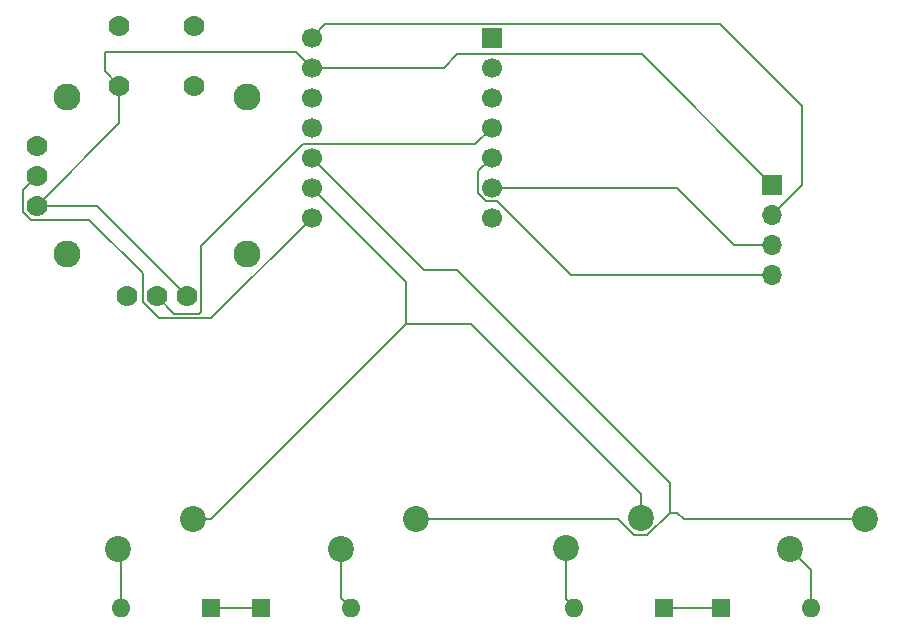
<source format=gbr>
%TF.GenerationSoftware,KiCad,Pcbnew,8.0.5-dirty*%
%TF.CreationDate,2024-10-19T17:10:18-04:00*%
%TF.ProjectId,rowanpad,726f7761-6e70-4616-942e-6b696361645f,rev?*%
%TF.SameCoordinates,Original*%
%TF.FileFunction,Copper,L1,Top*%
%TF.FilePolarity,Positive*%
%FSLAX46Y46*%
G04 Gerber Fmt 4.6, Leading zero omitted, Abs format (unit mm)*
G04 Created by KiCad (PCBNEW 8.0.5-dirty) date 2024-10-19 17:10:18*
%MOMM*%
%LPD*%
G01*
G04 APERTURE LIST*
%TA.AperFunction,ComponentPad*%
%ADD10C,2.200000*%
%TD*%
%TA.AperFunction,ComponentPad*%
%ADD11R,1.600000X1.600000*%
%TD*%
%TA.AperFunction,ComponentPad*%
%ADD12O,1.600000X1.600000*%
%TD*%
%TA.AperFunction,ComponentPad*%
%ADD13R,1.700000X1.700000*%
%TD*%
%TA.AperFunction,ComponentPad*%
%ADD14O,1.700000X1.700000*%
%TD*%
%TA.AperFunction,ComponentPad*%
%ADD15C,1.778000*%
%TD*%
%TA.AperFunction,ComponentPad*%
%ADD16C,2.286000*%
%TD*%
%TA.AperFunction,ComponentPad*%
%ADD17C,1.700000*%
%TD*%
%TA.AperFunction,Conductor*%
%ADD18C,0.200000*%
%TD*%
G04 APERTURE END LIST*
D10*
%TO.P,SW1,1,1*%
%TO.N,Net-(D1-A)*%
X128570000Y-145040000D03*
%TO.P,SW1,2,2*%
%TO.N,/Column 1*%
X134920000Y-142500000D03*
%TD*%
D11*
%TO.P,D5,1,K*%
%TO.N,/Row 2*%
X179690000Y-150000000D03*
D12*
%TO.P,D5,2,A*%
%TO.N,Net-(D5-A)*%
X187310000Y-150000000D03*
%TD*%
D13*
%TO.P,J1,1,Pin_1*%
%TO.N,GND*%
X184000000Y-114190000D03*
D14*
%TO.P,J1,2,Pin_2*%
%TO.N,+5V*%
X184000000Y-116730000D03*
%TO.P,J1,3,Pin_3*%
%TO.N,/SCL*%
X184000000Y-119270000D03*
%TO.P,J1,4,Pin_4*%
%TO.N,/SDA*%
X184000000Y-121810000D03*
%TD*%
D11*
%TO.P,D1,1,K*%
%TO.N,/Row 1*%
X136500000Y-150000000D03*
D12*
%TO.P,D1,2,A*%
%TO.N,Net-(D1-A)*%
X128880000Y-150000000D03*
%TD*%
D15*
%TO.P,U2,B1A,SEL+*%
%TO.N,/Sel*%
X128705000Y-100741500D03*
%TO.P,U2,B1B*%
%TO.N,N/C*%
X135055000Y-100741500D03*
%TO.P,U2,B2A,SEL-*%
%TO.N,GND*%
X128705000Y-105821500D03*
%TO.P,U2,B2B*%
%TO.N,N/C*%
X135055000Y-105821500D03*
%TO.P,U2,H1,H+*%
%TO.N,VCC*%
X129340000Y-123601500D03*
%TO.P,U2,H2,H*%
%TO.N,/Horz*%
X131880000Y-123601500D03*
%TO.P,U2,H3,H-*%
%TO.N,GND*%
X134420000Y-123601500D03*
D16*
%TO.P,U2,MOUN*%
%TO.N,N/C*%
X124260000Y-106774000D03*
X124260000Y-120109000D03*
X139500000Y-106774000D03*
X139500000Y-120109000D03*
D15*
%TO.P,U2,V1,V+*%
%TO.N,VCC*%
X121720000Y-110901500D03*
%TO.P,U2,V2,V*%
%TO.N,/Vert*%
X121720000Y-113441500D03*
%TO.P,U2,V3,V-*%
%TO.N,GND*%
X121720000Y-115981500D03*
%TD*%
D11*
%TO.P,D2,1,K*%
%TO.N,/Row 1*%
X140690000Y-150000000D03*
D12*
%TO.P,D2,2,A*%
%TO.N,Net-(D2-A)*%
X148310000Y-150000000D03*
%TD*%
D10*
%TO.P,SW5,1,1*%
%TO.N,Net-(D5-A)*%
X185500000Y-145040000D03*
%TO.P,SW5,2,2*%
%TO.N,/Column 2*%
X191850000Y-142500000D03*
%TD*%
D11*
%TO.P,D4,1,K*%
%TO.N,/Row 2*%
X174810000Y-150000000D03*
D12*
%TO.P,D4,2,A*%
%TO.N,Net-(D4-A)*%
X167190000Y-150000000D03*
%TD*%
D10*
%TO.P,SW4,1,1*%
%TO.N,Net-(D4-A)*%
X166500000Y-145000000D03*
%TO.P,SW4,2,2*%
%TO.N,/Column 1*%
X172850000Y-142460000D03*
%TD*%
%TO.P,SW2,1,1*%
%TO.N,Net-(D2-A)*%
X147500000Y-145040000D03*
%TO.P,SW2,2,2*%
%TO.N,/Column 2*%
X153850000Y-142500000D03*
%TD*%
D13*
%TO.P,U1,1,PA02_A0_D0*%
%TO.N,/Row 1*%
X160250000Y-101760000D03*
D17*
%TO.P,U1,2,PA4_A1_D1*%
%TO.N,/Row 2*%
X160250000Y-104300000D03*
%TO.P,U1,3,PA10_A2_D2*%
%TO.N,unconnected-(U1-PA10_A2_D2-Pad3)*%
X160250000Y-106840000D03*
%TO.P,U1,4,PA11_A3_D3*%
%TO.N,/Horz*%
X160250000Y-109380000D03*
%TO.P,U1,5,PA8_A4_D4_SDA*%
%TO.N,/SDA*%
X160250000Y-111920000D03*
%TO.P,U1,6,PA9_A5_D5_SCL*%
%TO.N,/SCL*%
X160250000Y-114460000D03*
%TO.P,U1,7,PB08_A6_D6_TX*%
%TO.N,/Sel*%
X160250000Y-117000000D03*
%TO.P,U1,8,PB09_A7_D7_RX*%
%TO.N,/Vert*%
X145000000Y-117000000D03*
%TO.P,U1,9,PA7_A8_D8_SCK*%
%TO.N,/Column 1*%
X145000000Y-114460000D03*
%TO.P,U1,10,PA5_A9_D9_MISO*%
%TO.N,/Column 2*%
X145000000Y-111920000D03*
%TO.P,U1,11,PA6_A10_D10_MOSI*%
%TO.N,unconnected-(U1-PA6_A10_D10_MOSI-Pad11)*%
X145000000Y-109380000D03*
%TO.P,U1,12,3V3*%
%TO.N,VCC*%
X145000000Y-106840000D03*
%TO.P,U1,13,GND*%
%TO.N,GND*%
X145000000Y-104300000D03*
%TO.P,U1,14,5V*%
%TO.N,+5V*%
X145000000Y-101760000D03*
%TD*%
D18*
%TO.N,Net-(D1-A)*%
X128880000Y-145350000D02*
X128570000Y-145040000D01*
X128880000Y-150000000D02*
X128880000Y-145350000D01*
%TO.N,/Row 1*%
X136500000Y-150000000D02*
X140690000Y-150000000D01*
%TO.N,Net-(D2-A)*%
X148310000Y-145280000D02*
X148070000Y-145040000D01*
X147500000Y-145040000D02*
X147500000Y-149190000D01*
X147500000Y-149190000D02*
X148310000Y-150000000D01*
%TO.N,/Row 2*%
X174810000Y-150000000D02*
X179690000Y-150000000D01*
%TO.N,Net-(D4-A)*%
X166500000Y-145000000D02*
X166500000Y-149310000D01*
X166500000Y-149310000D02*
X167190000Y-150000000D01*
%TO.N,Net-(D5-A)*%
X185500000Y-145040000D02*
X185540000Y-145040000D01*
X185540000Y-145040000D02*
X187310000Y-146810000D01*
X187310000Y-146810000D02*
X187310000Y-150000000D01*
%TO.N,/Horz*%
X131880000Y-123601500D02*
X133387500Y-125109000D01*
X144230000Y-110770000D02*
X158860000Y-110770000D01*
X133387500Y-125109000D02*
X135500000Y-125109000D01*
X158860000Y-110770000D02*
X160250000Y-109380000D01*
X135500000Y-125109000D02*
X135609000Y-125000000D01*
X135609000Y-119391000D02*
X144230000Y-110770000D01*
X135609000Y-125000000D02*
X135609000Y-119391000D01*
%TO.N,/Vert*%
X121720000Y-113441500D02*
X120531000Y-114630500D01*
X130691000Y-124094000D02*
X132106000Y-125509000D01*
X130691000Y-121716000D02*
X130691000Y-124094000D01*
X126145500Y-117170500D02*
X130691000Y-121716000D01*
X120531000Y-116474000D02*
X121227500Y-117170500D01*
X120531000Y-114630500D02*
X120531000Y-116474000D01*
X132106000Y-125509000D02*
X136491000Y-125509000D01*
X121227500Y-117170500D02*
X126145500Y-117170500D01*
X136491000Y-125509000D02*
X145000000Y-117000000D01*
%TO.N,GND*%
X127500000Y-103000000D02*
X127500000Y-104616500D01*
X145000000Y-104300000D02*
X143643500Y-102943500D01*
X143643500Y-102943500D02*
X127556500Y-102943500D01*
X145000000Y-104300000D02*
X156200000Y-104300000D01*
X127556500Y-102943500D02*
X127500000Y-103000000D01*
X128705000Y-105821500D02*
X128705000Y-108996500D01*
X172960000Y-103150000D02*
X184000000Y-114190000D01*
X156200000Y-104300000D02*
X157350000Y-103150000D01*
X127500000Y-104616500D02*
X128705000Y-105821500D01*
X121720000Y-115981500D02*
X126800000Y-115981500D01*
X126800000Y-115981500D02*
X134420000Y-123601500D01*
X157350000Y-103150000D02*
X172960000Y-103150000D01*
X128705000Y-108996500D02*
X121720000Y-115981500D01*
%TO.N,/Column 1*%
X145000000Y-114460000D02*
X152960000Y-122420000D01*
X158459036Y-126015634D02*
X152960000Y-126015634D01*
X172850000Y-142460000D02*
X172850000Y-140406598D01*
X152960000Y-126015634D02*
X152960000Y-122420000D01*
X172850000Y-140406598D02*
X158459036Y-126015634D01*
X134920000Y-142500000D02*
X136475634Y-142500000D01*
X136475634Y-142500000D02*
X152960000Y-126015634D01*
%TO.N,/Column 2*%
X154420000Y-142500000D02*
X154490000Y-142430000D01*
X176500000Y-142500000D02*
X191850000Y-142500000D01*
X173429899Y-143860000D02*
X172270101Y-143860000D01*
X175320000Y-141969899D02*
X175969899Y-141969899D01*
X154490000Y-121410000D02*
X157307056Y-121410000D01*
X175320000Y-139422944D02*
X175320000Y-141969899D01*
X172270101Y-143860000D02*
X170910101Y-142500000D01*
X170910101Y-142500000D02*
X153850000Y-142500000D01*
X157307056Y-121410000D02*
X175320000Y-139422944D01*
X175969899Y-141969899D02*
X176500000Y-142500000D01*
X175320000Y-141969899D02*
X173429899Y-143860000D01*
X154490000Y-121410000D02*
X145000000Y-111920000D01*
%TO.N,/SCL*%
X180770000Y-119270000D02*
X175960000Y-114460000D01*
X184000000Y-119270000D02*
X180770000Y-119270000D01*
X175960000Y-114460000D02*
X160250000Y-114460000D01*
%TO.N,/SDA*%
X159100000Y-114936346D02*
X159100000Y-113070000D01*
X166926346Y-121810000D02*
X160726346Y-115610000D01*
X184000000Y-121810000D02*
X166926346Y-121810000D01*
X159100000Y-113070000D02*
X160250000Y-111920000D01*
X160726346Y-115610000D02*
X159773654Y-115610000D01*
X159773654Y-115610000D02*
X159100000Y-114936346D01*
%TO.N,+5V*%
X186500000Y-114230000D02*
X186500000Y-107500000D01*
X184000000Y-116730000D02*
X186500000Y-114230000D01*
X186500000Y-107500000D02*
X179610000Y-100610000D01*
X146150000Y-100610000D02*
X145000000Y-101760000D01*
X179610000Y-100610000D02*
X146150000Y-100610000D01*
%TD*%
M02*

</source>
